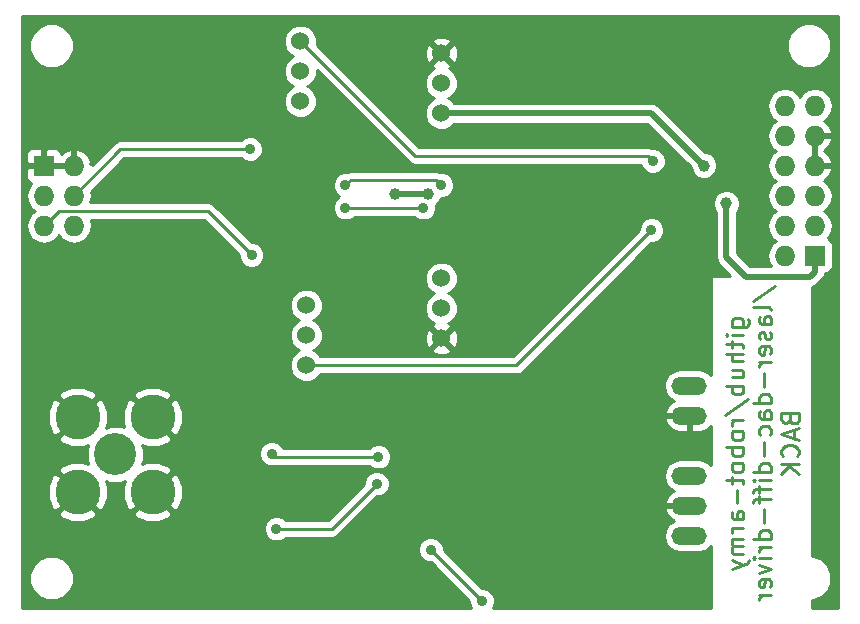
<source format=gbl>
%FSLAX34Y34*%
G04 Gerber Fmt 3.4, Leading zero omitted, Abs format*
G04 (created by PCBNEW (2014-02-24 BZR 4719)-product) date Thu 06 Mar 2014 01:02:44 GMT*
%MOIN*%
G01*
G70*
G90*
G04 APERTURE LIST*
%ADD10C,0.003937*%
%ADD11C,0.009843*%
%ADD12R,0.068000X0.068000*%
%ADD13O,0.068000X0.068000*%
%ADD14O,0.118100X0.059100*%
%ADD15C,0.060000*%
%ADD16C,0.150000*%
%ADD17C,0.140000*%
%ADD18C,0.039370*%
%ADD19C,0.035000*%
%ADD20C,0.019685*%
%ADD21C,0.010000*%
G04 APERTURE END LIST*
G54D10*
G54D11*
X102173Y-24119D02*
X102651Y-24119D01*
X102707Y-24091D01*
X102735Y-24062D01*
X102763Y-24006D01*
X102763Y-23922D01*
X102735Y-23866D01*
X102538Y-24119D02*
X102566Y-24062D01*
X102566Y-23950D01*
X102538Y-23894D01*
X102510Y-23866D01*
X102454Y-23838D01*
X102285Y-23838D01*
X102229Y-23866D01*
X102201Y-23894D01*
X102173Y-23950D01*
X102173Y-24062D01*
X102201Y-24119D01*
X102566Y-24400D02*
X102173Y-24400D01*
X101976Y-24400D02*
X102004Y-24372D01*
X102032Y-24400D01*
X102004Y-24428D01*
X101976Y-24400D01*
X102032Y-24400D01*
X102173Y-24597D02*
X102173Y-24822D01*
X101976Y-24681D02*
X102482Y-24681D01*
X102538Y-24709D01*
X102566Y-24766D01*
X102566Y-24822D01*
X102566Y-25019D02*
X101976Y-25019D01*
X102566Y-25272D02*
X102257Y-25272D01*
X102201Y-25244D01*
X102173Y-25187D01*
X102173Y-25103D01*
X102201Y-25047D01*
X102229Y-25019D01*
X102173Y-25806D02*
X102566Y-25806D01*
X102173Y-25553D02*
X102482Y-25553D01*
X102538Y-25581D01*
X102566Y-25637D01*
X102566Y-25722D01*
X102538Y-25778D01*
X102510Y-25806D01*
X102566Y-26087D02*
X101976Y-26087D01*
X102201Y-26087D02*
X102173Y-26143D01*
X102173Y-26256D01*
X102201Y-26312D01*
X102229Y-26340D01*
X102285Y-26368D01*
X102454Y-26368D01*
X102510Y-26340D01*
X102538Y-26312D01*
X102566Y-26256D01*
X102566Y-26143D01*
X102538Y-26087D01*
X101948Y-27043D02*
X102707Y-26537D01*
X102566Y-27240D02*
X102173Y-27240D01*
X102285Y-27240D02*
X102229Y-27268D01*
X102201Y-27296D01*
X102173Y-27353D01*
X102173Y-27409D01*
X102566Y-27690D02*
X102538Y-27634D01*
X102510Y-27606D01*
X102454Y-27578D01*
X102285Y-27578D01*
X102229Y-27606D01*
X102201Y-27634D01*
X102173Y-27690D01*
X102173Y-27775D01*
X102201Y-27831D01*
X102229Y-27859D01*
X102285Y-27887D01*
X102454Y-27887D01*
X102510Y-27859D01*
X102538Y-27831D01*
X102566Y-27775D01*
X102566Y-27690D01*
X102566Y-28140D02*
X101976Y-28140D01*
X102201Y-28140D02*
X102173Y-28196D01*
X102173Y-28309D01*
X102201Y-28365D01*
X102229Y-28393D01*
X102285Y-28421D01*
X102454Y-28421D01*
X102510Y-28393D01*
X102538Y-28365D01*
X102566Y-28309D01*
X102566Y-28196D01*
X102538Y-28140D01*
X102566Y-28759D02*
X102538Y-28703D01*
X102510Y-28674D01*
X102454Y-28646D01*
X102285Y-28646D01*
X102229Y-28674D01*
X102201Y-28703D01*
X102173Y-28759D01*
X102173Y-28843D01*
X102201Y-28899D01*
X102229Y-28928D01*
X102285Y-28956D01*
X102454Y-28956D01*
X102510Y-28928D01*
X102538Y-28899D01*
X102566Y-28843D01*
X102566Y-28759D01*
X102173Y-29124D02*
X102173Y-29349D01*
X101976Y-29209D02*
X102482Y-29209D01*
X102538Y-29237D01*
X102566Y-29293D01*
X102566Y-29349D01*
X102341Y-29546D02*
X102341Y-29996D01*
X102566Y-30530D02*
X102257Y-30530D01*
X102201Y-30502D01*
X102173Y-30446D01*
X102173Y-30334D01*
X102201Y-30277D01*
X102538Y-30530D02*
X102566Y-30474D01*
X102566Y-30334D01*
X102538Y-30277D01*
X102482Y-30249D01*
X102426Y-30249D01*
X102370Y-30277D01*
X102341Y-30334D01*
X102341Y-30474D01*
X102313Y-30530D01*
X102566Y-30812D02*
X102173Y-30812D01*
X102285Y-30812D02*
X102229Y-30840D01*
X102201Y-30868D01*
X102173Y-30924D01*
X102173Y-30980D01*
X102566Y-31177D02*
X102173Y-31177D01*
X102229Y-31177D02*
X102201Y-31205D01*
X102173Y-31262D01*
X102173Y-31346D01*
X102201Y-31402D01*
X102257Y-31430D01*
X102566Y-31430D01*
X102257Y-31430D02*
X102201Y-31458D01*
X102173Y-31515D01*
X102173Y-31599D01*
X102201Y-31655D01*
X102257Y-31683D01*
X102566Y-31683D01*
X102173Y-31908D02*
X102566Y-32049D01*
X102173Y-32190D02*
X102566Y-32049D01*
X102707Y-31993D01*
X102735Y-31965D01*
X102763Y-31908D01*
X102873Y-23275D02*
X103632Y-22769D01*
X103492Y-23556D02*
X103464Y-23500D01*
X103407Y-23472D01*
X102901Y-23472D01*
X103492Y-24034D02*
X103182Y-24034D01*
X103126Y-24006D01*
X103098Y-23950D01*
X103098Y-23838D01*
X103126Y-23781D01*
X103464Y-24034D02*
X103492Y-23978D01*
X103492Y-23838D01*
X103464Y-23781D01*
X103407Y-23753D01*
X103351Y-23753D01*
X103295Y-23781D01*
X103267Y-23838D01*
X103267Y-23978D01*
X103239Y-24034D01*
X103464Y-24287D02*
X103492Y-24344D01*
X103492Y-24456D01*
X103464Y-24512D01*
X103407Y-24541D01*
X103379Y-24541D01*
X103323Y-24512D01*
X103295Y-24456D01*
X103295Y-24372D01*
X103267Y-24316D01*
X103210Y-24287D01*
X103182Y-24287D01*
X103126Y-24316D01*
X103098Y-24372D01*
X103098Y-24456D01*
X103126Y-24512D01*
X103464Y-25019D02*
X103492Y-24962D01*
X103492Y-24850D01*
X103464Y-24794D01*
X103407Y-24766D01*
X103182Y-24766D01*
X103126Y-24794D01*
X103098Y-24850D01*
X103098Y-24962D01*
X103126Y-25019D01*
X103182Y-25047D01*
X103239Y-25047D01*
X103295Y-24766D01*
X103492Y-25300D02*
X103098Y-25300D01*
X103210Y-25300D02*
X103154Y-25328D01*
X103126Y-25356D01*
X103098Y-25412D01*
X103098Y-25469D01*
X103267Y-25665D02*
X103267Y-26115D01*
X103492Y-26650D02*
X102901Y-26650D01*
X103464Y-26650D02*
X103492Y-26593D01*
X103492Y-26481D01*
X103464Y-26425D01*
X103435Y-26397D01*
X103379Y-26368D01*
X103210Y-26368D01*
X103154Y-26397D01*
X103126Y-26425D01*
X103098Y-26481D01*
X103098Y-26593D01*
X103126Y-26650D01*
X103492Y-27184D02*
X103182Y-27184D01*
X103126Y-27156D01*
X103098Y-27100D01*
X103098Y-26987D01*
X103126Y-26931D01*
X103464Y-27184D02*
X103492Y-27128D01*
X103492Y-26987D01*
X103464Y-26931D01*
X103407Y-26903D01*
X103351Y-26903D01*
X103295Y-26931D01*
X103267Y-26987D01*
X103267Y-27128D01*
X103239Y-27184D01*
X103464Y-27718D02*
X103492Y-27662D01*
X103492Y-27550D01*
X103464Y-27493D01*
X103435Y-27465D01*
X103379Y-27437D01*
X103210Y-27437D01*
X103154Y-27465D01*
X103126Y-27493D01*
X103098Y-27550D01*
X103098Y-27662D01*
X103126Y-27718D01*
X103267Y-27971D02*
X103267Y-28421D01*
X103492Y-28956D02*
X102901Y-28956D01*
X103464Y-28956D02*
X103492Y-28899D01*
X103492Y-28787D01*
X103464Y-28731D01*
X103435Y-28703D01*
X103379Y-28674D01*
X103210Y-28674D01*
X103154Y-28703D01*
X103126Y-28731D01*
X103098Y-28787D01*
X103098Y-28899D01*
X103126Y-28956D01*
X103492Y-29237D02*
X103098Y-29237D01*
X102901Y-29237D02*
X102929Y-29209D01*
X102957Y-29237D01*
X102929Y-29265D01*
X102901Y-29237D01*
X102957Y-29237D01*
X103098Y-29434D02*
X103098Y-29659D01*
X103492Y-29518D02*
X102985Y-29518D01*
X102929Y-29546D01*
X102901Y-29602D01*
X102901Y-29659D01*
X103098Y-29771D02*
X103098Y-29996D01*
X103492Y-29856D02*
X102985Y-29856D01*
X102929Y-29884D01*
X102901Y-29940D01*
X102901Y-29996D01*
X103267Y-30193D02*
X103267Y-30643D01*
X103492Y-31177D02*
X102901Y-31177D01*
X103464Y-31177D02*
X103492Y-31121D01*
X103492Y-31008D01*
X103464Y-30952D01*
X103435Y-30924D01*
X103379Y-30896D01*
X103210Y-30896D01*
X103154Y-30924D01*
X103126Y-30952D01*
X103098Y-31008D01*
X103098Y-31121D01*
X103126Y-31177D01*
X103492Y-31458D02*
X103098Y-31458D01*
X103210Y-31458D02*
X103154Y-31487D01*
X103126Y-31515D01*
X103098Y-31571D01*
X103098Y-31627D01*
X103492Y-31824D02*
X103098Y-31824D01*
X102901Y-31824D02*
X102929Y-31796D01*
X102957Y-31824D01*
X102929Y-31852D01*
X102901Y-31824D01*
X102957Y-31824D01*
X103098Y-32049D02*
X103492Y-32190D01*
X103098Y-32330D01*
X103464Y-32780D02*
X103492Y-32724D01*
X103492Y-32611D01*
X103464Y-32555D01*
X103407Y-32527D01*
X103182Y-32527D01*
X103126Y-32555D01*
X103098Y-32611D01*
X103098Y-32724D01*
X103126Y-32780D01*
X103182Y-32808D01*
X103239Y-32808D01*
X103295Y-32527D01*
X103492Y-33061D02*
X103098Y-33061D01*
X103210Y-33061D02*
X103154Y-33089D01*
X103126Y-33118D01*
X103098Y-33174D01*
X103098Y-33230D01*
X104108Y-27198D02*
X104136Y-27282D01*
X104164Y-27311D01*
X104220Y-27339D01*
X104304Y-27339D01*
X104361Y-27311D01*
X104389Y-27282D01*
X104417Y-27226D01*
X104417Y-27001D01*
X103826Y-27001D01*
X103826Y-27198D01*
X103854Y-27254D01*
X103883Y-27282D01*
X103939Y-27311D01*
X103995Y-27311D01*
X104051Y-27282D01*
X104079Y-27254D01*
X104108Y-27198D01*
X104108Y-27001D01*
X104248Y-27564D02*
X104248Y-27845D01*
X104417Y-27507D02*
X103826Y-27704D01*
X104417Y-27901D01*
X104361Y-28435D02*
X104389Y-28407D01*
X104417Y-28323D01*
X104417Y-28267D01*
X104389Y-28182D01*
X104332Y-28126D01*
X104276Y-28098D01*
X104164Y-28070D01*
X104079Y-28070D01*
X103967Y-28098D01*
X103911Y-28126D01*
X103854Y-28182D01*
X103826Y-28267D01*
X103826Y-28323D01*
X103854Y-28407D01*
X103883Y-28435D01*
X104417Y-28688D02*
X103826Y-28688D01*
X104417Y-29026D02*
X104079Y-28773D01*
X103826Y-29026D02*
X104164Y-28688D01*
G54D12*
X79250Y-18750D03*
G54D13*
X79250Y-19750D03*
X79250Y-20750D03*
X80250Y-20750D03*
X80250Y-19750D03*
X80250Y-18750D03*
G54D12*
X104950Y-21750D03*
G54D13*
X104950Y-20750D03*
X104950Y-19750D03*
X104950Y-18750D03*
X104950Y-17750D03*
X104950Y-16750D03*
X103950Y-16750D03*
X103950Y-17750D03*
X103950Y-18750D03*
X103950Y-19750D03*
X103950Y-20750D03*
X103950Y-21750D03*
G54D14*
X100766Y-26087D03*
X100766Y-27087D03*
X100766Y-29087D03*
X100766Y-30087D03*
X100766Y-31087D03*
G54D15*
X87800Y-15600D03*
X87800Y-16600D03*
X87800Y-14600D03*
X92500Y-16000D03*
X92500Y-15000D03*
X92500Y-17000D03*
X88000Y-24400D03*
X88000Y-23400D03*
X88000Y-25400D03*
X92500Y-23500D03*
X92500Y-24500D03*
X92500Y-22500D03*
G54D16*
X80375Y-29625D03*
G54D17*
X81625Y-28375D03*
G54D16*
X80375Y-27125D03*
X82875Y-29625D03*
X82875Y-27125D03*
G54D18*
X102000Y-20000D03*
G54D19*
X93850Y-33250D03*
X92150Y-31550D03*
G54D18*
X101250Y-18750D03*
G54D19*
X99550Y-18600D03*
X86125Y-18200D03*
X99500Y-20900D03*
X86175Y-21725D03*
G54D18*
X98700Y-32700D03*
X91900Y-26900D03*
X91300Y-28200D03*
X94500Y-21600D03*
X89200Y-32900D03*
X97850Y-19050D03*
X95150Y-19200D03*
X95150Y-20400D03*
X95750Y-21550D03*
X89350Y-22600D03*
X82975Y-22725D03*
X85225Y-16725D03*
X89350Y-16900D03*
X101250Y-17350D03*
X95750Y-15100D03*
X94500Y-15100D03*
G54D19*
X87000Y-30850D03*
X90350Y-29350D03*
X90400Y-28450D03*
X86850Y-28350D03*
X89300Y-19400D03*
X92500Y-19400D03*
X89300Y-20150D03*
X91900Y-20150D03*
G54D18*
X92050Y-19700D03*
X90950Y-19700D03*
G54D20*
X104950Y-22286D02*
X104950Y-21750D01*
X104786Y-22450D02*
X104950Y-22286D01*
X102650Y-22450D02*
X104786Y-22450D01*
X102000Y-21800D02*
X102650Y-22450D01*
X102000Y-20596D02*
X102000Y-21800D01*
X102000Y-20000D02*
X102000Y-20596D01*
G54D21*
X92150Y-31550D02*
X93850Y-33250D01*
G54D20*
X101250Y-18750D02*
X99500Y-17000D01*
X99500Y-17000D02*
X92500Y-17000D01*
G54D21*
X88099Y-14899D02*
X87800Y-14600D01*
X91625Y-18425D02*
X88099Y-14899D01*
X99375Y-18425D02*
X91625Y-18425D01*
X99550Y-18600D02*
X99375Y-18425D01*
X81800Y-18200D02*
X80250Y-19750D01*
X86125Y-18200D02*
X81800Y-18200D01*
X95000Y-25400D02*
X88000Y-25400D01*
X99500Y-20900D02*
X95000Y-25400D01*
X79589Y-20410D02*
X79250Y-20750D01*
X79740Y-20259D02*
X79589Y-20410D01*
X84709Y-20259D02*
X79740Y-20259D01*
X86175Y-21725D02*
X84709Y-20259D01*
G54D20*
X94575Y-21525D02*
X94550Y-21500D01*
X94500Y-21600D02*
X94575Y-21525D01*
X94550Y-21500D02*
X94600Y-21550D01*
X100766Y-30087D02*
X101061Y-30087D01*
G54D21*
X88850Y-30850D02*
X87000Y-30850D01*
X90350Y-29350D02*
X88850Y-30850D01*
X86950Y-28450D02*
X90400Y-28450D01*
X86850Y-28350D02*
X86950Y-28450D01*
X92325Y-19225D02*
X89474Y-19225D01*
X92500Y-19400D02*
X92325Y-19225D01*
X89474Y-19225D02*
X89300Y-19400D01*
X89300Y-20150D02*
X89750Y-20150D01*
X89750Y-20150D02*
X91900Y-20150D01*
G54D20*
X90950Y-19700D02*
X92050Y-19700D01*
G54D10*
G36*
X105730Y-33480D02*
X104862Y-33480D01*
X104862Y-33242D01*
X104896Y-33242D01*
X105169Y-33129D01*
X105378Y-32920D01*
X105491Y-32648D01*
X105492Y-32353D01*
X105379Y-32080D01*
X105170Y-31871D01*
X104898Y-31758D01*
X104862Y-31758D01*
X104862Y-22783D01*
X104898Y-22776D01*
X104920Y-22771D01*
X104920Y-22771D01*
X105033Y-22696D01*
X105196Y-22533D01*
X105196Y-22533D01*
X105196Y-22533D01*
X105271Y-22420D01*
X105287Y-22340D01*
X105339Y-22340D01*
X105431Y-22301D01*
X105501Y-22231D01*
X105540Y-22139D01*
X105540Y-22040D01*
X105540Y-21360D01*
X105501Y-21268D01*
X105431Y-21198D01*
X105371Y-21172D01*
X105495Y-20987D01*
X105540Y-20761D01*
X105540Y-20738D01*
X105495Y-20512D01*
X105367Y-20321D01*
X105260Y-20250D01*
X105367Y-20178D01*
X105495Y-19987D01*
X105540Y-19761D01*
X105540Y-19738D01*
X105495Y-19512D01*
X105367Y-19321D01*
X105260Y-19250D01*
X105425Y-19099D01*
X105522Y-18891D01*
X105522Y-18608D01*
X105425Y-18400D01*
X105260Y-18250D01*
X105425Y-18099D01*
X105522Y-17891D01*
X105475Y-17800D01*
X105000Y-17800D01*
X105000Y-18224D01*
X105000Y-18275D01*
X105000Y-18700D01*
X105475Y-18700D01*
X105522Y-18608D01*
X105522Y-18891D01*
X105475Y-18800D01*
X105000Y-18800D01*
X105000Y-18807D01*
X104900Y-18807D01*
X104900Y-18800D01*
X104892Y-18800D01*
X104892Y-18700D01*
X104900Y-18700D01*
X104900Y-18275D01*
X104900Y-18224D01*
X104900Y-17800D01*
X104892Y-17800D01*
X104892Y-17700D01*
X104900Y-17700D01*
X104900Y-17692D01*
X105000Y-17692D01*
X105000Y-17700D01*
X105475Y-17700D01*
X105522Y-17608D01*
X105425Y-17400D01*
X105260Y-17249D01*
X105367Y-17178D01*
X105495Y-16987D01*
X105540Y-16761D01*
X105540Y-16738D01*
X105495Y-16512D01*
X105492Y-16508D01*
X105492Y-14603D01*
X105379Y-14330D01*
X105170Y-14121D01*
X104898Y-14008D01*
X104603Y-14007D01*
X104330Y-14120D01*
X104121Y-14329D01*
X104008Y-14601D01*
X104007Y-14896D01*
X104120Y-15169D01*
X104329Y-15378D01*
X104601Y-15491D01*
X104896Y-15492D01*
X105169Y-15379D01*
X105378Y-15170D01*
X105491Y-14898D01*
X105492Y-14603D01*
X105492Y-16508D01*
X105367Y-16321D01*
X105175Y-16193D01*
X104950Y-16148D01*
X104724Y-16193D01*
X104532Y-16321D01*
X104450Y-16445D01*
X104367Y-16321D01*
X104175Y-16193D01*
X103950Y-16148D01*
X103724Y-16193D01*
X103532Y-16321D01*
X103404Y-16512D01*
X103360Y-16738D01*
X103360Y-16761D01*
X103404Y-16987D01*
X103532Y-17178D01*
X103639Y-17250D01*
X103532Y-17321D01*
X103404Y-17512D01*
X103360Y-17738D01*
X103360Y-17761D01*
X103404Y-17987D01*
X103532Y-18178D01*
X103639Y-18250D01*
X103532Y-18321D01*
X103404Y-18512D01*
X103360Y-18738D01*
X103360Y-18761D01*
X103404Y-18987D01*
X103532Y-19178D01*
X103639Y-19250D01*
X103532Y-19321D01*
X103404Y-19512D01*
X103360Y-19738D01*
X103360Y-19761D01*
X103404Y-19987D01*
X103532Y-20178D01*
X103639Y-20250D01*
X103532Y-20321D01*
X103404Y-20512D01*
X103360Y-20738D01*
X103360Y-20761D01*
X103404Y-20987D01*
X103532Y-21178D01*
X103639Y-21250D01*
X103532Y-21321D01*
X103404Y-21512D01*
X103360Y-21738D01*
X103360Y-21761D01*
X103404Y-21987D01*
X103481Y-22101D01*
X102794Y-22101D01*
X102348Y-21655D01*
X102348Y-20596D01*
X102348Y-20283D01*
X102378Y-20253D01*
X102446Y-20089D01*
X102446Y-19911D01*
X102379Y-19747D01*
X102253Y-19621D01*
X102089Y-19553D01*
X101911Y-19553D01*
X101747Y-19620D01*
X101696Y-19671D01*
X101696Y-18661D01*
X101629Y-18497D01*
X101503Y-18371D01*
X101339Y-18303D01*
X101295Y-18303D01*
X99746Y-16753D01*
X99633Y-16678D01*
X99611Y-16673D01*
X99500Y-16651D01*
X99499Y-16651D01*
X93054Y-16651D01*
X93054Y-15081D01*
X93043Y-14863D01*
X92981Y-14712D01*
X92885Y-14684D01*
X92815Y-14755D01*
X92815Y-14614D01*
X92787Y-14518D01*
X92581Y-14445D01*
X92363Y-14456D01*
X92212Y-14518D01*
X92184Y-14614D01*
X92500Y-14929D01*
X92815Y-14614D01*
X92815Y-14755D01*
X92570Y-15000D01*
X92885Y-15315D01*
X92981Y-15287D01*
X93054Y-15081D01*
X93054Y-16651D01*
X92929Y-16651D01*
X92811Y-16534D01*
X92730Y-16500D01*
X92811Y-16466D01*
X92965Y-16311D01*
X93049Y-16109D01*
X93050Y-15891D01*
X92966Y-15688D01*
X92811Y-15534D01*
X92736Y-15502D01*
X92787Y-15481D01*
X92815Y-15385D01*
X92500Y-15070D01*
X92429Y-15141D01*
X92429Y-15000D01*
X92114Y-14684D01*
X92018Y-14712D01*
X91945Y-14918D01*
X91956Y-15136D01*
X92018Y-15287D01*
X92114Y-15315D01*
X92429Y-15000D01*
X92429Y-15141D01*
X92184Y-15385D01*
X92212Y-15481D01*
X92267Y-15500D01*
X92188Y-15533D01*
X92034Y-15688D01*
X91950Y-15890D01*
X91949Y-16108D01*
X92033Y-16311D01*
X92188Y-16465D01*
X92269Y-16499D01*
X92188Y-16533D01*
X92034Y-16688D01*
X91950Y-16890D01*
X91949Y-17108D01*
X92033Y-17311D01*
X92188Y-17465D01*
X92390Y-17549D01*
X92608Y-17550D01*
X92811Y-17466D01*
X92929Y-17348D01*
X99355Y-17348D01*
X100803Y-18795D01*
X100803Y-18838D01*
X100870Y-19002D01*
X100996Y-19128D01*
X101160Y-19196D01*
X101338Y-19196D01*
X101502Y-19129D01*
X101628Y-19003D01*
X101696Y-18839D01*
X101696Y-18661D01*
X101696Y-19671D01*
X101621Y-19746D01*
X101553Y-19910D01*
X101553Y-20088D01*
X101620Y-20252D01*
X101651Y-20283D01*
X101651Y-20596D01*
X101651Y-21799D01*
X101651Y-21800D01*
X101673Y-21911D01*
X101678Y-21933D01*
X101753Y-22046D01*
X102121Y-22413D01*
X101488Y-22413D01*
X101488Y-25739D01*
X101463Y-25701D01*
X101286Y-25583D01*
X101077Y-25541D01*
X100454Y-25541D01*
X100245Y-25583D01*
X100068Y-25701D01*
X99975Y-25841D01*
X99975Y-18515D01*
X99910Y-18359D01*
X99791Y-18239D01*
X99634Y-18175D01*
X99530Y-18174D01*
X99489Y-18147D01*
X99375Y-18125D01*
X91749Y-18125D01*
X88345Y-14721D01*
X88349Y-14709D01*
X88350Y-14491D01*
X88266Y-14288D01*
X88111Y-14134D01*
X87909Y-14050D01*
X87691Y-14049D01*
X87488Y-14133D01*
X87334Y-14288D01*
X87250Y-14490D01*
X87249Y-14708D01*
X87333Y-14911D01*
X87488Y-15065D01*
X87569Y-15099D01*
X87488Y-15133D01*
X87334Y-15288D01*
X87250Y-15490D01*
X87249Y-15708D01*
X87333Y-15911D01*
X87488Y-16065D01*
X87569Y-16099D01*
X87488Y-16133D01*
X87334Y-16288D01*
X87250Y-16490D01*
X87249Y-16708D01*
X87333Y-16911D01*
X87488Y-17065D01*
X87690Y-17149D01*
X87908Y-17150D01*
X88111Y-17066D01*
X88265Y-16911D01*
X88349Y-16709D01*
X88350Y-16491D01*
X88266Y-16288D01*
X88111Y-16134D01*
X88030Y-16100D01*
X88111Y-16066D01*
X88265Y-15911D01*
X88349Y-15709D01*
X88350Y-15574D01*
X91412Y-18637D01*
X91510Y-18702D01*
X91510Y-18702D01*
X91625Y-18725D01*
X99141Y-18725D01*
X99189Y-18840D01*
X99308Y-18960D01*
X99465Y-19024D01*
X99634Y-19025D01*
X99790Y-18960D01*
X99910Y-18841D01*
X99974Y-18684D01*
X99975Y-18515D01*
X99975Y-25841D01*
X99950Y-25878D01*
X99925Y-26006D01*
X99925Y-20815D01*
X99860Y-20659D01*
X99741Y-20539D01*
X99584Y-20475D01*
X99415Y-20474D01*
X99259Y-20539D01*
X99139Y-20658D01*
X99075Y-20815D01*
X99074Y-20900D01*
X94875Y-25100D01*
X93054Y-25100D01*
X93054Y-24581D01*
X93050Y-24488D01*
X93050Y-23391D01*
X92966Y-23188D01*
X92811Y-23034D01*
X92730Y-23000D01*
X92811Y-22966D01*
X92965Y-22811D01*
X93049Y-22609D01*
X93050Y-22391D01*
X92966Y-22188D01*
X92925Y-22147D01*
X92925Y-19315D01*
X92860Y-19159D01*
X92741Y-19039D01*
X92584Y-18975D01*
X92480Y-18974D01*
X92439Y-18947D01*
X92325Y-18925D01*
X89474Y-18925D01*
X89360Y-18947D01*
X89319Y-18975D01*
X89319Y-18975D01*
X89215Y-18974D01*
X89059Y-19039D01*
X88939Y-19158D01*
X88875Y-19315D01*
X88874Y-19484D01*
X88939Y-19640D01*
X89058Y-19760D01*
X89094Y-19774D01*
X89059Y-19789D01*
X88939Y-19908D01*
X88875Y-20065D01*
X88874Y-20234D01*
X88939Y-20390D01*
X89058Y-20510D01*
X89215Y-20574D01*
X89384Y-20575D01*
X89540Y-20510D01*
X89601Y-20450D01*
X89750Y-20450D01*
X91598Y-20450D01*
X91658Y-20510D01*
X91815Y-20574D01*
X91984Y-20575D01*
X92140Y-20510D01*
X92260Y-20391D01*
X92324Y-20234D01*
X92325Y-20065D01*
X92322Y-20059D01*
X92428Y-19953D01*
X92481Y-19824D01*
X92584Y-19825D01*
X92740Y-19760D01*
X92860Y-19641D01*
X92924Y-19484D01*
X92925Y-19315D01*
X92925Y-22147D01*
X92811Y-22034D01*
X92609Y-21950D01*
X92391Y-21949D01*
X92188Y-22033D01*
X92034Y-22188D01*
X91950Y-22390D01*
X91949Y-22608D01*
X92033Y-22811D01*
X92188Y-22965D01*
X92269Y-22999D01*
X92188Y-23033D01*
X92034Y-23188D01*
X91950Y-23390D01*
X91949Y-23608D01*
X92033Y-23811D01*
X92188Y-23965D01*
X92263Y-23997D01*
X92212Y-24018D01*
X92184Y-24114D01*
X92500Y-24429D01*
X92815Y-24114D01*
X92787Y-24018D01*
X92732Y-23999D01*
X92811Y-23966D01*
X92965Y-23811D01*
X93049Y-23609D01*
X93050Y-23391D01*
X93050Y-24488D01*
X93043Y-24363D01*
X92981Y-24212D01*
X92885Y-24184D01*
X92570Y-24500D01*
X92885Y-24815D01*
X92981Y-24787D01*
X93054Y-24581D01*
X93054Y-25100D01*
X92815Y-25100D01*
X92815Y-24885D01*
X92500Y-24570D01*
X92429Y-24641D01*
X92429Y-24500D01*
X92114Y-24184D01*
X92018Y-24212D01*
X91945Y-24418D01*
X91956Y-24636D01*
X92018Y-24787D01*
X92114Y-24815D01*
X92429Y-24500D01*
X92429Y-24641D01*
X92184Y-24885D01*
X92212Y-24981D01*
X92418Y-25054D01*
X92636Y-25043D01*
X92787Y-24981D01*
X92815Y-24885D01*
X92815Y-25100D01*
X88471Y-25100D01*
X88466Y-25088D01*
X88311Y-24934D01*
X88230Y-24900D01*
X88311Y-24866D01*
X88465Y-24711D01*
X88549Y-24509D01*
X88550Y-24291D01*
X88466Y-24088D01*
X88311Y-23934D01*
X88230Y-23900D01*
X88311Y-23866D01*
X88465Y-23711D01*
X88549Y-23509D01*
X88550Y-23291D01*
X88466Y-23088D01*
X88311Y-22934D01*
X88109Y-22850D01*
X87891Y-22849D01*
X87688Y-22933D01*
X87534Y-23088D01*
X87450Y-23290D01*
X87449Y-23508D01*
X87533Y-23711D01*
X87688Y-23865D01*
X87769Y-23899D01*
X87688Y-23933D01*
X87534Y-24088D01*
X87450Y-24290D01*
X87449Y-24508D01*
X87533Y-24711D01*
X87688Y-24865D01*
X87769Y-24899D01*
X87688Y-24933D01*
X87534Y-25088D01*
X87450Y-25290D01*
X87449Y-25508D01*
X87533Y-25711D01*
X87688Y-25865D01*
X87890Y-25949D01*
X88108Y-25950D01*
X88311Y-25866D01*
X88465Y-25711D01*
X88470Y-25700D01*
X95000Y-25700D01*
X95000Y-25699D01*
X95114Y-25677D01*
X95114Y-25677D01*
X95212Y-25612D01*
X99499Y-21324D01*
X99584Y-21325D01*
X99740Y-21260D01*
X99860Y-21141D01*
X99924Y-20984D01*
X99925Y-20815D01*
X99925Y-26006D01*
X99909Y-26087D01*
X99950Y-26295D01*
X100068Y-26472D01*
X100245Y-26590D01*
X100250Y-26591D01*
X100216Y-26602D01*
X100049Y-26736D01*
X99947Y-26924D01*
X99942Y-26952D01*
X99990Y-27037D01*
X100716Y-27037D01*
X100716Y-27029D01*
X100816Y-27029D01*
X100816Y-27037D01*
X100823Y-27037D01*
X100823Y-27137D01*
X100816Y-27137D01*
X100816Y-27632D01*
X101111Y-27632D01*
X101315Y-27571D01*
X101482Y-27437D01*
X101488Y-27425D01*
X101488Y-28739D01*
X101463Y-28701D01*
X101286Y-28583D01*
X101077Y-28541D01*
X100716Y-28541D01*
X100716Y-27632D01*
X100716Y-27137D01*
X99990Y-27137D01*
X99942Y-27221D01*
X99947Y-27249D01*
X100049Y-27437D01*
X100216Y-27571D01*
X100421Y-27632D01*
X100716Y-27632D01*
X100716Y-28541D01*
X100454Y-28541D01*
X100245Y-28583D01*
X100068Y-28701D01*
X99950Y-28878D01*
X99909Y-29087D01*
X99950Y-29295D01*
X100068Y-29472D01*
X100245Y-29590D01*
X100250Y-29591D01*
X100216Y-29602D01*
X100049Y-29736D01*
X99947Y-29924D01*
X99942Y-29952D01*
X99990Y-30037D01*
X100716Y-30037D01*
X100716Y-30029D01*
X100816Y-30029D01*
X100816Y-30037D01*
X100823Y-30037D01*
X100823Y-30137D01*
X100816Y-30137D01*
X100816Y-30144D01*
X100716Y-30144D01*
X100716Y-30137D01*
X99990Y-30137D01*
X99942Y-30221D01*
X99947Y-30249D01*
X100049Y-30437D01*
X100216Y-30571D01*
X100250Y-30582D01*
X100245Y-30583D01*
X100068Y-30701D01*
X99950Y-30878D01*
X99909Y-31087D01*
X99950Y-31295D01*
X100068Y-31472D01*
X100245Y-31590D01*
X100454Y-31632D01*
X101077Y-31632D01*
X101286Y-31590D01*
X101463Y-31472D01*
X101488Y-31434D01*
X101488Y-33480D01*
X94214Y-33480D01*
X94274Y-33334D01*
X94275Y-33165D01*
X94210Y-33009D01*
X94091Y-32889D01*
X93934Y-32825D01*
X93849Y-32824D01*
X92574Y-31550D01*
X92575Y-31465D01*
X92510Y-31309D01*
X92391Y-31189D01*
X92234Y-31125D01*
X92065Y-31124D01*
X91909Y-31189D01*
X91789Y-31308D01*
X91725Y-31465D01*
X91724Y-31634D01*
X91789Y-31790D01*
X91908Y-31910D01*
X92065Y-31974D01*
X92150Y-31975D01*
X93425Y-33249D01*
X93424Y-33334D01*
X93485Y-33480D01*
X90825Y-33480D01*
X90825Y-28365D01*
X90760Y-28209D01*
X90641Y-28089D01*
X90484Y-28025D01*
X90315Y-28024D01*
X90159Y-28089D01*
X90098Y-28150D01*
X87227Y-28150D01*
X87210Y-28109D01*
X87091Y-27989D01*
X86934Y-27925D01*
X86765Y-27924D01*
X86609Y-27989D01*
X86600Y-27998D01*
X86600Y-21640D01*
X86535Y-21484D01*
X86416Y-21364D01*
X86259Y-21300D01*
X86174Y-21299D01*
X84922Y-20047D01*
X84824Y-19982D01*
X84709Y-19959D01*
X80800Y-19959D01*
X80840Y-19761D01*
X80840Y-19738D01*
X80814Y-19609D01*
X81924Y-18500D01*
X85823Y-18500D01*
X85883Y-18560D01*
X86040Y-18624D01*
X86209Y-18625D01*
X86365Y-18560D01*
X86485Y-18441D01*
X86549Y-18284D01*
X86550Y-18115D01*
X86485Y-17959D01*
X86366Y-17839D01*
X86209Y-17775D01*
X86040Y-17774D01*
X85884Y-17839D01*
X85823Y-17900D01*
X81800Y-17900D01*
X81685Y-17922D01*
X81646Y-17948D01*
X81587Y-17987D01*
X80840Y-18735D01*
X80840Y-18699D01*
X80822Y-18699D01*
X80775Y-18699D01*
X80822Y-18608D01*
X80725Y-18400D01*
X80555Y-18245D01*
X80391Y-18177D01*
X80300Y-18224D01*
X80300Y-18700D01*
X80307Y-18700D01*
X80307Y-18800D01*
X80300Y-18800D01*
X80300Y-18807D01*
X80242Y-18807D01*
X80242Y-14603D01*
X80129Y-14330D01*
X79920Y-14121D01*
X79648Y-14008D01*
X79353Y-14007D01*
X79080Y-14120D01*
X78871Y-14329D01*
X78758Y-14601D01*
X78757Y-14896D01*
X78870Y-15169D01*
X79079Y-15378D01*
X79351Y-15491D01*
X79646Y-15492D01*
X79919Y-15379D01*
X80128Y-15170D01*
X80241Y-14898D01*
X80242Y-14603D01*
X80242Y-18807D01*
X80200Y-18807D01*
X80200Y-18800D01*
X80200Y-18700D01*
X80200Y-18224D01*
X80108Y-18177D01*
X79944Y-18245D01*
X79834Y-18346D01*
X79801Y-18268D01*
X79731Y-18198D01*
X79639Y-18160D01*
X79540Y-18160D01*
X79362Y-18160D01*
X79300Y-18222D01*
X79300Y-18700D01*
X79724Y-18700D01*
X79777Y-18700D01*
X80200Y-18700D01*
X80200Y-18800D01*
X79777Y-18800D01*
X79724Y-18800D01*
X79300Y-18800D01*
X79300Y-18807D01*
X79200Y-18807D01*
X79200Y-18800D01*
X79200Y-18700D01*
X79200Y-18222D01*
X79137Y-18160D01*
X78959Y-18160D01*
X78860Y-18160D01*
X78768Y-18198D01*
X78698Y-18268D01*
X78660Y-18360D01*
X78660Y-18637D01*
X78722Y-18700D01*
X79200Y-18700D01*
X79200Y-18800D01*
X78722Y-18800D01*
X78660Y-18862D01*
X78660Y-19139D01*
X78698Y-19231D01*
X78768Y-19301D01*
X78828Y-19327D01*
X78704Y-19512D01*
X78660Y-19738D01*
X78660Y-19761D01*
X78704Y-19987D01*
X78832Y-20178D01*
X78939Y-20250D01*
X78832Y-20321D01*
X78704Y-20512D01*
X78660Y-20738D01*
X78660Y-20761D01*
X78704Y-20987D01*
X78832Y-21178D01*
X79024Y-21306D01*
X79250Y-21351D01*
X79475Y-21306D01*
X79667Y-21178D01*
X79750Y-21054D01*
X79832Y-21178D01*
X80024Y-21306D01*
X80250Y-21351D01*
X80475Y-21306D01*
X80667Y-21178D01*
X80795Y-20987D01*
X80840Y-20761D01*
X80840Y-20738D01*
X80804Y-20559D01*
X84585Y-20559D01*
X85750Y-21724D01*
X85749Y-21809D01*
X85814Y-21965D01*
X85933Y-22085D01*
X86090Y-22149D01*
X86259Y-22150D01*
X86415Y-22085D01*
X86535Y-21966D01*
X86599Y-21809D01*
X86600Y-21640D01*
X86600Y-27998D01*
X86489Y-28108D01*
X86425Y-28265D01*
X86424Y-28434D01*
X86489Y-28590D01*
X86608Y-28710D01*
X86765Y-28774D01*
X86934Y-28775D01*
X86994Y-28750D01*
X90098Y-28750D01*
X90158Y-28810D01*
X90315Y-28874D01*
X90484Y-28875D01*
X90640Y-28810D01*
X90760Y-28691D01*
X90824Y-28534D01*
X90825Y-28365D01*
X90825Y-33480D01*
X90775Y-33480D01*
X90775Y-29265D01*
X90710Y-29109D01*
X90591Y-28989D01*
X90434Y-28925D01*
X90265Y-28924D01*
X90109Y-28989D01*
X89989Y-29108D01*
X89925Y-29265D01*
X89924Y-29350D01*
X88725Y-30550D01*
X87301Y-30550D01*
X87241Y-30489D01*
X87084Y-30425D01*
X86915Y-30424D01*
X86759Y-30489D01*
X86639Y-30608D01*
X86575Y-30765D01*
X86574Y-30934D01*
X86639Y-31090D01*
X86758Y-31210D01*
X86915Y-31274D01*
X87084Y-31275D01*
X87240Y-31210D01*
X87301Y-31150D01*
X88850Y-31150D01*
X88850Y-31149D01*
X88964Y-31127D01*
X88964Y-31127D01*
X89062Y-31062D01*
X90349Y-29774D01*
X90434Y-29775D01*
X90590Y-29710D01*
X90710Y-29591D01*
X90774Y-29434D01*
X90775Y-29265D01*
X90775Y-33480D01*
X83876Y-33480D01*
X83876Y-29814D01*
X83876Y-27314D01*
X83873Y-26916D01*
X83728Y-26566D01*
X83586Y-26484D01*
X83515Y-26555D01*
X83515Y-26413D01*
X83433Y-26271D01*
X83064Y-26123D01*
X82666Y-26126D01*
X82316Y-26271D01*
X82234Y-26413D01*
X82875Y-27054D01*
X83515Y-26413D01*
X83515Y-26555D01*
X82945Y-27125D01*
X83586Y-27765D01*
X83728Y-27683D01*
X83876Y-27314D01*
X83876Y-29814D01*
X83873Y-29416D01*
X83728Y-29066D01*
X83586Y-28984D01*
X83515Y-29055D01*
X83515Y-28913D01*
X83433Y-28771D01*
X83064Y-28623D01*
X82666Y-28626D01*
X82524Y-28685D01*
X82574Y-28564D01*
X82575Y-28186D01*
X82523Y-28061D01*
X82685Y-28126D01*
X83083Y-28123D01*
X83433Y-27978D01*
X83515Y-27836D01*
X82875Y-27195D01*
X82869Y-27201D01*
X82798Y-27130D01*
X82804Y-27125D01*
X82163Y-26484D01*
X82021Y-26566D01*
X81873Y-26935D01*
X81876Y-27333D01*
X81935Y-27475D01*
X81814Y-27425D01*
X81436Y-27424D01*
X81311Y-27476D01*
X81376Y-27314D01*
X81373Y-26916D01*
X81228Y-26566D01*
X81086Y-26484D01*
X81015Y-26555D01*
X81015Y-26413D01*
X80933Y-26271D01*
X80564Y-26123D01*
X80166Y-26126D01*
X79816Y-26271D01*
X79734Y-26413D01*
X80375Y-27054D01*
X81015Y-26413D01*
X81015Y-26555D01*
X80445Y-27125D01*
X80451Y-27130D01*
X80380Y-27201D01*
X80375Y-27195D01*
X80304Y-27266D01*
X80304Y-27125D01*
X79663Y-26484D01*
X79521Y-26566D01*
X79373Y-26935D01*
X79376Y-27333D01*
X79521Y-27683D01*
X79663Y-27765D01*
X80304Y-27125D01*
X80304Y-27266D01*
X79734Y-27836D01*
X79816Y-27978D01*
X80185Y-28126D01*
X80583Y-28123D01*
X80725Y-28064D01*
X80675Y-28185D01*
X80674Y-28563D01*
X80726Y-28688D01*
X80564Y-28623D01*
X80166Y-28626D01*
X79816Y-28771D01*
X79734Y-28913D01*
X80375Y-29554D01*
X80380Y-29548D01*
X80451Y-29619D01*
X80445Y-29625D01*
X81086Y-30265D01*
X81228Y-30183D01*
X81376Y-29814D01*
X81373Y-29416D01*
X81314Y-29274D01*
X81435Y-29324D01*
X81813Y-29325D01*
X81938Y-29273D01*
X81873Y-29435D01*
X81876Y-29833D01*
X82021Y-30183D01*
X82163Y-30265D01*
X82804Y-29625D01*
X82798Y-29619D01*
X82869Y-29548D01*
X82875Y-29554D01*
X83515Y-28913D01*
X83515Y-29055D01*
X82945Y-29625D01*
X83586Y-30265D01*
X83728Y-30183D01*
X83876Y-29814D01*
X83876Y-33480D01*
X83515Y-33480D01*
X83515Y-30336D01*
X82875Y-29695D01*
X82234Y-30336D01*
X82316Y-30478D01*
X82685Y-30626D01*
X83083Y-30623D01*
X83433Y-30478D01*
X83515Y-30336D01*
X83515Y-33480D01*
X81015Y-33480D01*
X81015Y-30336D01*
X80375Y-29695D01*
X80304Y-29766D01*
X80304Y-29625D01*
X79663Y-28984D01*
X79521Y-29066D01*
X79373Y-29435D01*
X79376Y-29833D01*
X79521Y-30183D01*
X79663Y-30265D01*
X80304Y-29625D01*
X80304Y-29766D01*
X79734Y-30336D01*
X79816Y-30478D01*
X80185Y-30626D01*
X80583Y-30623D01*
X80933Y-30478D01*
X81015Y-30336D01*
X81015Y-33480D01*
X80242Y-33480D01*
X80242Y-32353D01*
X80129Y-32080D01*
X79920Y-31871D01*
X79648Y-31758D01*
X79353Y-31757D01*
X79080Y-31870D01*
X78871Y-32079D01*
X78758Y-32351D01*
X78757Y-32646D01*
X78870Y-32919D01*
X79079Y-33128D01*
X79351Y-33241D01*
X79646Y-33242D01*
X79919Y-33129D01*
X80128Y-32920D01*
X80241Y-32648D01*
X80242Y-32353D01*
X80242Y-33480D01*
X78519Y-33480D01*
X78519Y-13769D01*
X105730Y-13769D01*
X105730Y-33480D01*
X105730Y-33480D01*
G37*
G54D21*
X105730Y-33480D02*
X104862Y-33480D01*
X104862Y-33242D01*
X104896Y-33242D01*
X105169Y-33129D01*
X105378Y-32920D01*
X105491Y-32648D01*
X105492Y-32353D01*
X105379Y-32080D01*
X105170Y-31871D01*
X104898Y-31758D01*
X104862Y-31758D01*
X104862Y-22783D01*
X104898Y-22776D01*
X104920Y-22771D01*
X104920Y-22771D01*
X105033Y-22696D01*
X105196Y-22533D01*
X105196Y-22533D01*
X105196Y-22533D01*
X105271Y-22420D01*
X105287Y-22340D01*
X105339Y-22340D01*
X105431Y-22301D01*
X105501Y-22231D01*
X105540Y-22139D01*
X105540Y-22040D01*
X105540Y-21360D01*
X105501Y-21268D01*
X105431Y-21198D01*
X105371Y-21172D01*
X105495Y-20987D01*
X105540Y-20761D01*
X105540Y-20738D01*
X105495Y-20512D01*
X105367Y-20321D01*
X105260Y-20250D01*
X105367Y-20178D01*
X105495Y-19987D01*
X105540Y-19761D01*
X105540Y-19738D01*
X105495Y-19512D01*
X105367Y-19321D01*
X105260Y-19250D01*
X105425Y-19099D01*
X105522Y-18891D01*
X105522Y-18608D01*
X105425Y-18400D01*
X105260Y-18250D01*
X105425Y-18099D01*
X105522Y-17891D01*
X105475Y-17800D01*
X105000Y-17800D01*
X105000Y-18224D01*
X105000Y-18275D01*
X105000Y-18700D01*
X105475Y-18700D01*
X105522Y-18608D01*
X105522Y-18891D01*
X105475Y-18800D01*
X105000Y-18800D01*
X105000Y-18807D01*
X104900Y-18807D01*
X104900Y-18800D01*
X104892Y-18800D01*
X104892Y-18700D01*
X104900Y-18700D01*
X104900Y-18275D01*
X104900Y-18224D01*
X104900Y-17800D01*
X104892Y-17800D01*
X104892Y-17700D01*
X104900Y-17700D01*
X104900Y-17692D01*
X105000Y-17692D01*
X105000Y-17700D01*
X105475Y-17700D01*
X105522Y-17608D01*
X105425Y-17400D01*
X105260Y-17249D01*
X105367Y-17178D01*
X105495Y-16987D01*
X105540Y-16761D01*
X105540Y-16738D01*
X105495Y-16512D01*
X105492Y-16508D01*
X105492Y-14603D01*
X105379Y-14330D01*
X105170Y-14121D01*
X104898Y-14008D01*
X104603Y-14007D01*
X104330Y-14120D01*
X104121Y-14329D01*
X104008Y-14601D01*
X104007Y-14896D01*
X104120Y-15169D01*
X104329Y-15378D01*
X104601Y-15491D01*
X104896Y-15492D01*
X105169Y-15379D01*
X105378Y-15170D01*
X105491Y-14898D01*
X105492Y-14603D01*
X105492Y-16508D01*
X105367Y-16321D01*
X105175Y-16193D01*
X104950Y-16148D01*
X104724Y-16193D01*
X104532Y-16321D01*
X104450Y-16445D01*
X104367Y-16321D01*
X104175Y-16193D01*
X103950Y-16148D01*
X103724Y-16193D01*
X103532Y-16321D01*
X103404Y-16512D01*
X103360Y-16738D01*
X103360Y-16761D01*
X103404Y-16987D01*
X103532Y-17178D01*
X103639Y-17250D01*
X103532Y-17321D01*
X103404Y-17512D01*
X103360Y-17738D01*
X103360Y-17761D01*
X103404Y-17987D01*
X103532Y-18178D01*
X103639Y-18250D01*
X103532Y-18321D01*
X103404Y-18512D01*
X103360Y-18738D01*
X103360Y-18761D01*
X103404Y-18987D01*
X103532Y-19178D01*
X103639Y-19250D01*
X103532Y-19321D01*
X103404Y-19512D01*
X103360Y-19738D01*
X103360Y-19761D01*
X103404Y-19987D01*
X103532Y-20178D01*
X103639Y-20250D01*
X103532Y-20321D01*
X103404Y-20512D01*
X103360Y-20738D01*
X103360Y-20761D01*
X103404Y-20987D01*
X103532Y-21178D01*
X103639Y-21250D01*
X103532Y-21321D01*
X103404Y-21512D01*
X103360Y-21738D01*
X103360Y-21761D01*
X103404Y-21987D01*
X103481Y-22101D01*
X102794Y-22101D01*
X102348Y-21655D01*
X102348Y-20596D01*
X102348Y-20283D01*
X102378Y-20253D01*
X102446Y-20089D01*
X102446Y-19911D01*
X102379Y-19747D01*
X102253Y-19621D01*
X102089Y-19553D01*
X101911Y-19553D01*
X101747Y-19620D01*
X101696Y-19671D01*
X101696Y-18661D01*
X101629Y-18497D01*
X101503Y-18371D01*
X101339Y-18303D01*
X101295Y-18303D01*
X99746Y-16753D01*
X99633Y-16678D01*
X99611Y-16673D01*
X99500Y-16651D01*
X99499Y-16651D01*
X93054Y-16651D01*
X93054Y-15081D01*
X93043Y-14863D01*
X92981Y-14712D01*
X92885Y-14684D01*
X92815Y-14755D01*
X92815Y-14614D01*
X92787Y-14518D01*
X92581Y-14445D01*
X92363Y-14456D01*
X92212Y-14518D01*
X92184Y-14614D01*
X92500Y-14929D01*
X92815Y-14614D01*
X92815Y-14755D01*
X92570Y-15000D01*
X92885Y-15315D01*
X92981Y-15287D01*
X93054Y-15081D01*
X93054Y-16651D01*
X92929Y-16651D01*
X92811Y-16534D01*
X92730Y-16500D01*
X92811Y-16466D01*
X92965Y-16311D01*
X93049Y-16109D01*
X93050Y-15891D01*
X92966Y-15688D01*
X92811Y-15534D01*
X92736Y-15502D01*
X92787Y-15481D01*
X92815Y-15385D01*
X92500Y-15070D01*
X92429Y-15141D01*
X92429Y-15000D01*
X92114Y-14684D01*
X92018Y-14712D01*
X91945Y-14918D01*
X91956Y-15136D01*
X92018Y-15287D01*
X92114Y-15315D01*
X92429Y-15000D01*
X92429Y-15141D01*
X92184Y-15385D01*
X92212Y-15481D01*
X92267Y-15500D01*
X92188Y-15533D01*
X92034Y-15688D01*
X91950Y-15890D01*
X91949Y-16108D01*
X92033Y-16311D01*
X92188Y-16465D01*
X92269Y-16499D01*
X92188Y-16533D01*
X92034Y-16688D01*
X91950Y-16890D01*
X91949Y-17108D01*
X92033Y-17311D01*
X92188Y-17465D01*
X92390Y-17549D01*
X92608Y-17550D01*
X92811Y-17466D01*
X92929Y-17348D01*
X99355Y-17348D01*
X100803Y-18795D01*
X100803Y-18838D01*
X100870Y-19002D01*
X100996Y-19128D01*
X101160Y-19196D01*
X101338Y-19196D01*
X101502Y-19129D01*
X101628Y-19003D01*
X101696Y-18839D01*
X101696Y-18661D01*
X101696Y-19671D01*
X101621Y-19746D01*
X101553Y-19910D01*
X101553Y-20088D01*
X101620Y-20252D01*
X101651Y-20283D01*
X101651Y-20596D01*
X101651Y-21799D01*
X101651Y-21800D01*
X101673Y-21911D01*
X101678Y-21933D01*
X101753Y-22046D01*
X102121Y-22413D01*
X101488Y-22413D01*
X101488Y-25739D01*
X101463Y-25701D01*
X101286Y-25583D01*
X101077Y-25541D01*
X100454Y-25541D01*
X100245Y-25583D01*
X100068Y-25701D01*
X99975Y-25841D01*
X99975Y-18515D01*
X99910Y-18359D01*
X99791Y-18239D01*
X99634Y-18175D01*
X99530Y-18174D01*
X99489Y-18147D01*
X99375Y-18125D01*
X91749Y-18125D01*
X88345Y-14721D01*
X88349Y-14709D01*
X88350Y-14491D01*
X88266Y-14288D01*
X88111Y-14134D01*
X87909Y-14050D01*
X87691Y-14049D01*
X87488Y-14133D01*
X87334Y-14288D01*
X87250Y-14490D01*
X87249Y-14708D01*
X87333Y-14911D01*
X87488Y-15065D01*
X87569Y-15099D01*
X87488Y-15133D01*
X87334Y-15288D01*
X87250Y-15490D01*
X87249Y-15708D01*
X87333Y-15911D01*
X87488Y-16065D01*
X87569Y-16099D01*
X87488Y-16133D01*
X87334Y-16288D01*
X87250Y-16490D01*
X87249Y-16708D01*
X87333Y-16911D01*
X87488Y-17065D01*
X87690Y-17149D01*
X87908Y-17150D01*
X88111Y-17066D01*
X88265Y-16911D01*
X88349Y-16709D01*
X88350Y-16491D01*
X88266Y-16288D01*
X88111Y-16134D01*
X88030Y-16100D01*
X88111Y-16066D01*
X88265Y-15911D01*
X88349Y-15709D01*
X88350Y-15574D01*
X91412Y-18637D01*
X91510Y-18702D01*
X91510Y-18702D01*
X91625Y-18725D01*
X99141Y-18725D01*
X99189Y-18840D01*
X99308Y-18960D01*
X99465Y-19024D01*
X99634Y-19025D01*
X99790Y-18960D01*
X99910Y-18841D01*
X99974Y-18684D01*
X99975Y-18515D01*
X99975Y-25841D01*
X99950Y-25878D01*
X99925Y-26006D01*
X99925Y-20815D01*
X99860Y-20659D01*
X99741Y-20539D01*
X99584Y-20475D01*
X99415Y-20474D01*
X99259Y-20539D01*
X99139Y-20658D01*
X99075Y-20815D01*
X99074Y-20900D01*
X94875Y-25100D01*
X93054Y-25100D01*
X93054Y-24581D01*
X93050Y-24488D01*
X93050Y-23391D01*
X92966Y-23188D01*
X92811Y-23034D01*
X92730Y-23000D01*
X92811Y-22966D01*
X92965Y-22811D01*
X93049Y-22609D01*
X93050Y-22391D01*
X92966Y-22188D01*
X92925Y-22147D01*
X92925Y-19315D01*
X92860Y-19159D01*
X92741Y-19039D01*
X92584Y-18975D01*
X92480Y-18974D01*
X92439Y-18947D01*
X92325Y-18925D01*
X89474Y-18925D01*
X89360Y-18947D01*
X89319Y-18975D01*
X89319Y-18975D01*
X89215Y-18974D01*
X89059Y-19039D01*
X88939Y-19158D01*
X88875Y-19315D01*
X88874Y-19484D01*
X88939Y-19640D01*
X89058Y-19760D01*
X89094Y-19774D01*
X89059Y-19789D01*
X88939Y-19908D01*
X88875Y-20065D01*
X88874Y-20234D01*
X88939Y-20390D01*
X89058Y-20510D01*
X89215Y-20574D01*
X89384Y-20575D01*
X89540Y-20510D01*
X89601Y-20450D01*
X89750Y-20450D01*
X91598Y-20450D01*
X91658Y-20510D01*
X91815Y-20574D01*
X91984Y-20575D01*
X92140Y-20510D01*
X92260Y-20391D01*
X92324Y-20234D01*
X92325Y-20065D01*
X92322Y-20059D01*
X92428Y-19953D01*
X92481Y-19824D01*
X92584Y-19825D01*
X92740Y-19760D01*
X92860Y-19641D01*
X92924Y-19484D01*
X92925Y-19315D01*
X92925Y-22147D01*
X92811Y-22034D01*
X92609Y-21950D01*
X92391Y-21949D01*
X92188Y-22033D01*
X92034Y-22188D01*
X91950Y-22390D01*
X91949Y-22608D01*
X92033Y-22811D01*
X92188Y-22965D01*
X92269Y-22999D01*
X92188Y-23033D01*
X92034Y-23188D01*
X91950Y-23390D01*
X91949Y-23608D01*
X92033Y-23811D01*
X92188Y-23965D01*
X92263Y-23997D01*
X92212Y-24018D01*
X92184Y-24114D01*
X92500Y-24429D01*
X92815Y-24114D01*
X92787Y-24018D01*
X92732Y-23999D01*
X92811Y-23966D01*
X92965Y-23811D01*
X93049Y-23609D01*
X93050Y-23391D01*
X93050Y-24488D01*
X93043Y-24363D01*
X92981Y-24212D01*
X92885Y-24184D01*
X92570Y-24500D01*
X92885Y-24815D01*
X92981Y-24787D01*
X93054Y-24581D01*
X93054Y-25100D01*
X92815Y-25100D01*
X92815Y-24885D01*
X92500Y-24570D01*
X92429Y-24641D01*
X92429Y-24500D01*
X92114Y-24184D01*
X92018Y-24212D01*
X91945Y-24418D01*
X91956Y-24636D01*
X92018Y-24787D01*
X92114Y-24815D01*
X92429Y-24500D01*
X92429Y-24641D01*
X92184Y-24885D01*
X92212Y-24981D01*
X92418Y-25054D01*
X92636Y-25043D01*
X92787Y-24981D01*
X92815Y-24885D01*
X92815Y-25100D01*
X88471Y-25100D01*
X88466Y-25088D01*
X88311Y-24934D01*
X88230Y-24900D01*
X88311Y-24866D01*
X88465Y-24711D01*
X88549Y-24509D01*
X88550Y-24291D01*
X88466Y-24088D01*
X88311Y-23934D01*
X88230Y-23900D01*
X88311Y-23866D01*
X88465Y-23711D01*
X88549Y-23509D01*
X88550Y-23291D01*
X88466Y-23088D01*
X88311Y-22934D01*
X88109Y-22850D01*
X87891Y-22849D01*
X87688Y-22933D01*
X87534Y-23088D01*
X87450Y-23290D01*
X87449Y-23508D01*
X87533Y-23711D01*
X87688Y-23865D01*
X87769Y-23899D01*
X87688Y-23933D01*
X87534Y-24088D01*
X87450Y-24290D01*
X87449Y-24508D01*
X87533Y-24711D01*
X87688Y-24865D01*
X87769Y-24899D01*
X87688Y-24933D01*
X87534Y-25088D01*
X87450Y-25290D01*
X87449Y-25508D01*
X87533Y-25711D01*
X87688Y-25865D01*
X87890Y-25949D01*
X88108Y-25950D01*
X88311Y-25866D01*
X88465Y-25711D01*
X88470Y-25700D01*
X95000Y-25700D01*
X95000Y-25699D01*
X95114Y-25677D01*
X95114Y-25677D01*
X95212Y-25612D01*
X99499Y-21324D01*
X99584Y-21325D01*
X99740Y-21260D01*
X99860Y-21141D01*
X99924Y-20984D01*
X99925Y-20815D01*
X99925Y-26006D01*
X99909Y-26087D01*
X99950Y-26295D01*
X100068Y-26472D01*
X100245Y-26590D01*
X100250Y-26591D01*
X100216Y-26602D01*
X100049Y-26736D01*
X99947Y-26924D01*
X99942Y-26952D01*
X99990Y-27037D01*
X100716Y-27037D01*
X100716Y-27029D01*
X100816Y-27029D01*
X100816Y-27037D01*
X100823Y-27037D01*
X100823Y-27137D01*
X100816Y-27137D01*
X100816Y-27632D01*
X101111Y-27632D01*
X101315Y-27571D01*
X101482Y-27437D01*
X101488Y-27425D01*
X101488Y-28739D01*
X101463Y-28701D01*
X101286Y-28583D01*
X101077Y-28541D01*
X100716Y-28541D01*
X100716Y-27632D01*
X100716Y-27137D01*
X99990Y-27137D01*
X99942Y-27221D01*
X99947Y-27249D01*
X100049Y-27437D01*
X100216Y-27571D01*
X100421Y-27632D01*
X100716Y-27632D01*
X100716Y-28541D01*
X100454Y-28541D01*
X100245Y-28583D01*
X100068Y-28701D01*
X99950Y-28878D01*
X99909Y-29087D01*
X99950Y-29295D01*
X100068Y-29472D01*
X100245Y-29590D01*
X100250Y-29591D01*
X100216Y-29602D01*
X100049Y-29736D01*
X99947Y-29924D01*
X99942Y-29952D01*
X99990Y-30037D01*
X100716Y-30037D01*
X100716Y-30029D01*
X100816Y-30029D01*
X100816Y-30037D01*
X100823Y-30037D01*
X100823Y-30137D01*
X100816Y-30137D01*
X100816Y-30144D01*
X100716Y-30144D01*
X100716Y-30137D01*
X99990Y-30137D01*
X99942Y-30221D01*
X99947Y-30249D01*
X100049Y-30437D01*
X100216Y-30571D01*
X100250Y-30582D01*
X100245Y-30583D01*
X100068Y-30701D01*
X99950Y-30878D01*
X99909Y-31087D01*
X99950Y-31295D01*
X100068Y-31472D01*
X100245Y-31590D01*
X100454Y-31632D01*
X101077Y-31632D01*
X101286Y-31590D01*
X101463Y-31472D01*
X101488Y-31434D01*
X101488Y-33480D01*
X94214Y-33480D01*
X94274Y-33334D01*
X94275Y-33165D01*
X94210Y-33009D01*
X94091Y-32889D01*
X93934Y-32825D01*
X93849Y-32824D01*
X92574Y-31550D01*
X92575Y-31465D01*
X92510Y-31309D01*
X92391Y-31189D01*
X92234Y-31125D01*
X92065Y-31124D01*
X91909Y-31189D01*
X91789Y-31308D01*
X91725Y-31465D01*
X91724Y-31634D01*
X91789Y-31790D01*
X91908Y-31910D01*
X92065Y-31974D01*
X92150Y-31975D01*
X93425Y-33249D01*
X93424Y-33334D01*
X93485Y-33480D01*
X90825Y-33480D01*
X90825Y-28365D01*
X90760Y-28209D01*
X90641Y-28089D01*
X90484Y-28025D01*
X90315Y-28024D01*
X90159Y-28089D01*
X90098Y-28150D01*
X87227Y-28150D01*
X87210Y-28109D01*
X87091Y-27989D01*
X86934Y-27925D01*
X86765Y-27924D01*
X86609Y-27989D01*
X86600Y-27998D01*
X86600Y-21640D01*
X86535Y-21484D01*
X86416Y-21364D01*
X86259Y-21300D01*
X86174Y-21299D01*
X84922Y-20047D01*
X84824Y-19982D01*
X84709Y-19959D01*
X80800Y-19959D01*
X80840Y-19761D01*
X80840Y-19738D01*
X80814Y-19609D01*
X81924Y-18500D01*
X85823Y-18500D01*
X85883Y-18560D01*
X86040Y-18624D01*
X86209Y-18625D01*
X86365Y-18560D01*
X86485Y-18441D01*
X86549Y-18284D01*
X86550Y-18115D01*
X86485Y-17959D01*
X86366Y-17839D01*
X86209Y-17775D01*
X86040Y-17774D01*
X85884Y-17839D01*
X85823Y-17900D01*
X81800Y-17900D01*
X81685Y-17922D01*
X81646Y-17948D01*
X81587Y-17987D01*
X80840Y-18735D01*
X80840Y-18699D01*
X80822Y-18699D01*
X80775Y-18699D01*
X80822Y-18608D01*
X80725Y-18400D01*
X80555Y-18245D01*
X80391Y-18177D01*
X80300Y-18224D01*
X80300Y-18700D01*
X80307Y-18700D01*
X80307Y-18800D01*
X80300Y-18800D01*
X80300Y-18807D01*
X80242Y-18807D01*
X80242Y-14603D01*
X80129Y-14330D01*
X79920Y-14121D01*
X79648Y-14008D01*
X79353Y-14007D01*
X79080Y-14120D01*
X78871Y-14329D01*
X78758Y-14601D01*
X78757Y-14896D01*
X78870Y-15169D01*
X79079Y-15378D01*
X79351Y-15491D01*
X79646Y-15492D01*
X79919Y-15379D01*
X80128Y-15170D01*
X80241Y-14898D01*
X80242Y-14603D01*
X80242Y-18807D01*
X80200Y-18807D01*
X80200Y-18800D01*
X80200Y-18700D01*
X80200Y-18224D01*
X80108Y-18177D01*
X79944Y-18245D01*
X79834Y-18346D01*
X79801Y-18268D01*
X79731Y-18198D01*
X79639Y-18160D01*
X79540Y-18160D01*
X79362Y-18160D01*
X79300Y-18222D01*
X79300Y-18700D01*
X79724Y-18700D01*
X79777Y-18700D01*
X80200Y-18700D01*
X80200Y-18800D01*
X79777Y-18800D01*
X79724Y-18800D01*
X79300Y-18800D01*
X79300Y-18807D01*
X79200Y-18807D01*
X79200Y-18800D01*
X79200Y-18700D01*
X79200Y-18222D01*
X79137Y-18160D01*
X78959Y-18160D01*
X78860Y-18160D01*
X78768Y-18198D01*
X78698Y-18268D01*
X78660Y-18360D01*
X78660Y-18637D01*
X78722Y-18700D01*
X79200Y-18700D01*
X79200Y-18800D01*
X78722Y-18800D01*
X78660Y-18862D01*
X78660Y-19139D01*
X78698Y-19231D01*
X78768Y-19301D01*
X78828Y-19327D01*
X78704Y-19512D01*
X78660Y-19738D01*
X78660Y-19761D01*
X78704Y-19987D01*
X78832Y-20178D01*
X78939Y-20250D01*
X78832Y-20321D01*
X78704Y-20512D01*
X78660Y-20738D01*
X78660Y-20761D01*
X78704Y-20987D01*
X78832Y-21178D01*
X79024Y-21306D01*
X79250Y-21351D01*
X79475Y-21306D01*
X79667Y-21178D01*
X79750Y-21054D01*
X79832Y-21178D01*
X80024Y-21306D01*
X80250Y-21351D01*
X80475Y-21306D01*
X80667Y-21178D01*
X80795Y-20987D01*
X80840Y-20761D01*
X80840Y-20738D01*
X80804Y-20559D01*
X84585Y-20559D01*
X85750Y-21724D01*
X85749Y-21809D01*
X85814Y-21965D01*
X85933Y-22085D01*
X86090Y-22149D01*
X86259Y-22150D01*
X86415Y-22085D01*
X86535Y-21966D01*
X86599Y-21809D01*
X86600Y-21640D01*
X86600Y-27998D01*
X86489Y-28108D01*
X86425Y-28265D01*
X86424Y-28434D01*
X86489Y-28590D01*
X86608Y-28710D01*
X86765Y-28774D01*
X86934Y-28775D01*
X86994Y-28750D01*
X90098Y-28750D01*
X90158Y-28810D01*
X90315Y-28874D01*
X90484Y-28875D01*
X90640Y-28810D01*
X90760Y-28691D01*
X90824Y-28534D01*
X90825Y-28365D01*
X90825Y-33480D01*
X90775Y-33480D01*
X90775Y-29265D01*
X90710Y-29109D01*
X90591Y-28989D01*
X90434Y-28925D01*
X90265Y-28924D01*
X90109Y-28989D01*
X89989Y-29108D01*
X89925Y-29265D01*
X89924Y-29350D01*
X88725Y-30550D01*
X87301Y-30550D01*
X87241Y-30489D01*
X87084Y-30425D01*
X86915Y-30424D01*
X86759Y-30489D01*
X86639Y-30608D01*
X86575Y-30765D01*
X86574Y-30934D01*
X86639Y-31090D01*
X86758Y-31210D01*
X86915Y-31274D01*
X87084Y-31275D01*
X87240Y-31210D01*
X87301Y-31150D01*
X88850Y-31150D01*
X88850Y-31149D01*
X88964Y-31127D01*
X88964Y-31127D01*
X89062Y-31062D01*
X90349Y-29774D01*
X90434Y-29775D01*
X90590Y-29710D01*
X90710Y-29591D01*
X90774Y-29434D01*
X90775Y-29265D01*
X90775Y-33480D01*
X83876Y-33480D01*
X83876Y-29814D01*
X83876Y-27314D01*
X83873Y-26916D01*
X83728Y-26566D01*
X83586Y-26484D01*
X83515Y-26555D01*
X83515Y-26413D01*
X83433Y-26271D01*
X83064Y-26123D01*
X82666Y-26126D01*
X82316Y-26271D01*
X82234Y-26413D01*
X82875Y-27054D01*
X83515Y-26413D01*
X83515Y-26555D01*
X82945Y-27125D01*
X83586Y-27765D01*
X83728Y-27683D01*
X83876Y-27314D01*
X83876Y-29814D01*
X83873Y-29416D01*
X83728Y-29066D01*
X83586Y-28984D01*
X83515Y-29055D01*
X83515Y-28913D01*
X83433Y-28771D01*
X83064Y-28623D01*
X82666Y-28626D01*
X82524Y-28685D01*
X82574Y-28564D01*
X82575Y-28186D01*
X82523Y-28061D01*
X82685Y-28126D01*
X83083Y-28123D01*
X83433Y-27978D01*
X83515Y-27836D01*
X82875Y-27195D01*
X82869Y-27201D01*
X82798Y-27130D01*
X82804Y-27125D01*
X82163Y-26484D01*
X82021Y-26566D01*
X81873Y-26935D01*
X81876Y-27333D01*
X81935Y-27475D01*
X81814Y-27425D01*
X81436Y-27424D01*
X81311Y-27476D01*
X81376Y-27314D01*
X81373Y-26916D01*
X81228Y-26566D01*
X81086Y-26484D01*
X81015Y-26555D01*
X81015Y-26413D01*
X80933Y-26271D01*
X80564Y-26123D01*
X80166Y-26126D01*
X79816Y-26271D01*
X79734Y-26413D01*
X80375Y-27054D01*
X81015Y-26413D01*
X81015Y-26555D01*
X80445Y-27125D01*
X80451Y-27130D01*
X80380Y-27201D01*
X80375Y-27195D01*
X80304Y-27266D01*
X80304Y-27125D01*
X79663Y-26484D01*
X79521Y-26566D01*
X79373Y-26935D01*
X79376Y-27333D01*
X79521Y-27683D01*
X79663Y-27765D01*
X80304Y-27125D01*
X80304Y-27266D01*
X79734Y-27836D01*
X79816Y-27978D01*
X80185Y-28126D01*
X80583Y-28123D01*
X80725Y-28064D01*
X80675Y-28185D01*
X80674Y-28563D01*
X80726Y-28688D01*
X80564Y-28623D01*
X80166Y-28626D01*
X79816Y-28771D01*
X79734Y-28913D01*
X80375Y-29554D01*
X80380Y-29548D01*
X80451Y-29619D01*
X80445Y-29625D01*
X81086Y-30265D01*
X81228Y-30183D01*
X81376Y-29814D01*
X81373Y-29416D01*
X81314Y-29274D01*
X81435Y-29324D01*
X81813Y-29325D01*
X81938Y-29273D01*
X81873Y-29435D01*
X81876Y-29833D01*
X82021Y-30183D01*
X82163Y-30265D01*
X82804Y-29625D01*
X82798Y-29619D01*
X82869Y-29548D01*
X82875Y-29554D01*
X83515Y-28913D01*
X83515Y-29055D01*
X82945Y-29625D01*
X83586Y-30265D01*
X83728Y-30183D01*
X83876Y-29814D01*
X83876Y-33480D01*
X83515Y-33480D01*
X83515Y-30336D01*
X82875Y-29695D01*
X82234Y-30336D01*
X82316Y-30478D01*
X82685Y-30626D01*
X83083Y-30623D01*
X83433Y-30478D01*
X83515Y-30336D01*
X83515Y-33480D01*
X81015Y-33480D01*
X81015Y-30336D01*
X80375Y-29695D01*
X80304Y-29766D01*
X80304Y-29625D01*
X79663Y-28984D01*
X79521Y-29066D01*
X79373Y-29435D01*
X79376Y-29833D01*
X79521Y-30183D01*
X79663Y-30265D01*
X80304Y-29625D01*
X80304Y-29766D01*
X79734Y-30336D01*
X79816Y-30478D01*
X80185Y-30626D01*
X80583Y-30623D01*
X80933Y-30478D01*
X81015Y-30336D01*
X81015Y-33480D01*
X80242Y-33480D01*
X80242Y-32353D01*
X80129Y-32080D01*
X79920Y-31871D01*
X79648Y-31758D01*
X79353Y-31757D01*
X79080Y-31870D01*
X78871Y-32079D01*
X78758Y-32351D01*
X78757Y-32646D01*
X78870Y-32919D01*
X79079Y-33128D01*
X79351Y-33241D01*
X79646Y-33242D01*
X79919Y-33129D01*
X80128Y-32920D01*
X80241Y-32648D01*
X80242Y-32353D01*
X80242Y-33480D01*
X78519Y-33480D01*
X78519Y-13769D01*
X105730Y-13769D01*
X105730Y-33480D01*
M02*

</source>
